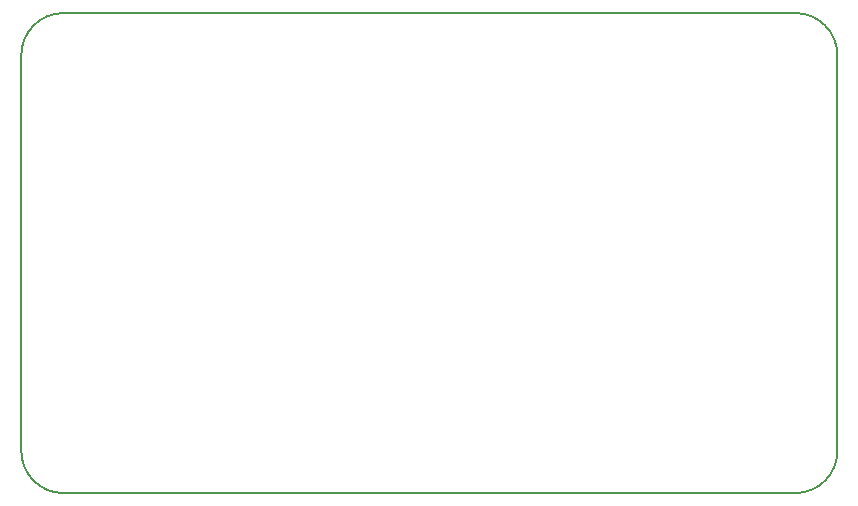
<source format=gbr>
%TF.GenerationSoftware,KiCad,Pcbnew,(5.1.6-0)*%
%TF.CreationDate,2023-03-27T21:53:34-07:00*%
%TF.ProjectId,LM3886-bal-no15v-th,4c4d3338-3836-42d6-9261-6c2d6e6f3135,rev?*%
%TF.SameCoordinates,Original*%
%TF.FileFunction,Profile,NP*%
%FSLAX46Y46*%
G04 Gerber Fmt 4.6, Leading zero omitted, Abs format (unit mm)*
G04 Created by KiCad (PCBNEW (5.1.6-0)) date 2023-03-27 21:53:34*
%MOMM*%
%LPD*%
G01*
G04 APERTURE LIST*
%TA.AperFunction,Profile*%
%ADD10C,0.150000*%
%TD*%
G04 APERTURE END LIST*
D10*
X72136000Y-63500000D02*
G75*
G02*
X75692000Y-59944000I3556000J0D01*
G01*
X75692000Y-100584000D02*
G75*
G02*
X72136000Y-97028000I0J3556000D01*
G01*
X141224000Y-97028000D02*
G75*
G02*
X137668000Y-100584000I-3556000J0D01*
G01*
X137668000Y-59944000D02*
G75*
G02*
X141224000Y-63500000I0J-3556000D01*
G01*
X72136000Y-63500000D02*
X72136000Y-97028000D01*
X137668000Y-100584000D02*
X75692000Y-100584000D01*
X137668000Y-59944000D02*
X75692000Y-59944000D01*
X141224000Y-63500000D02*
X141224000Y-97028000D01*
M02*

</source>
